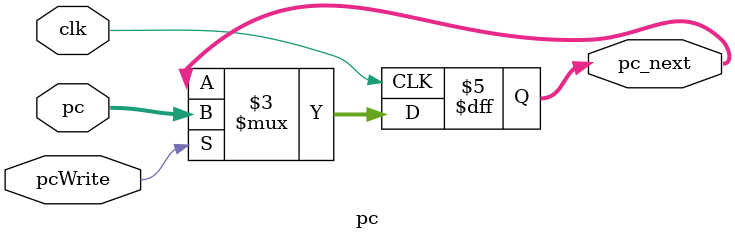
<source format=v>
`timescale 1ns / 1ps


module pc(clk,pcWrite,pc,pc_next);

input clk,pcWrite;
input [31:0] pc;
output reg [31:0] pc_next=32'h00400000;

always @(posedge clk) begin
    if(pcWrite)
        pc_next<=pc;
    

end


endmodule

</source>
